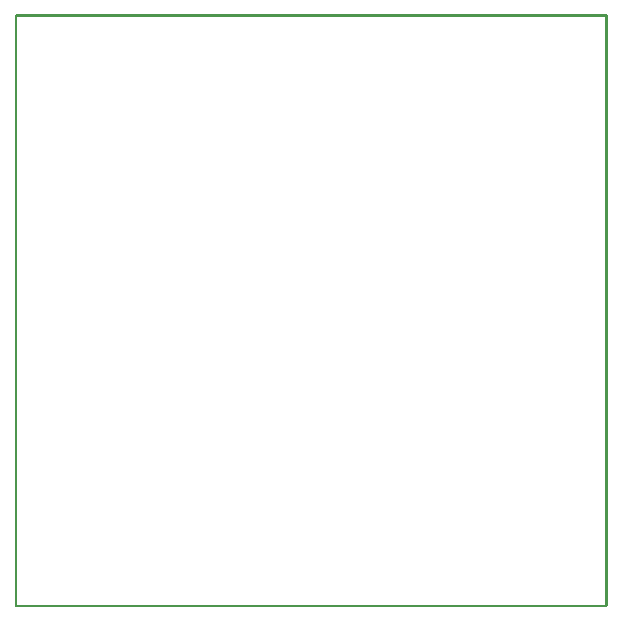
<source format=gm1>
G04 ========================BEGIN FILE IDENTIFICATION RECORD===============*
G04 File Format : GERBER RS274X*
G04 File Origin : Ansoft Designer*
G04 =====THIS FILE CONTAINS GERBER DATA FOR LAYERS  Outline*
G04 Design Name /home/ubuntu/Ansoft/repo/patch_2_32GHz/gerber/patch_and_splitter_sma*
%FSLAX55Y55*MOMM*%
G75*
%LPD*%G36*
G01X2490000Y-2500000D02*
G03X2510000Y-2500000I10000J0D01*
G01X2510000Y-2500000D01*
G01X2510000Y2500000D01*
G03X2490000Y2500000I-10000J0D01*
G01X2490000Y2500000D01*
G01X2490000Y-2500000D01*
G37*
G36*
G01X-2510000Y-2500000D02*
G03X-2490000Y-2500000I10000J0D01*
G01X-2490000Y-2500000D01*
G01X-2490000Y2500000D01*
G03X-2510000Y2500000I-10000J0D01*
G01X-2510000Y2500000D01*
G01X-2510000Y-2500000D01*
G37*
G36*
G01X-2500000Y-2490000D02*
G03X-2500000Y-2510000I0J-10000D01*
G01X-2500000Y-2510000D01*
G01X2500000Y-2510000D01*
G03X2500000Y-2490000I0J10000D01*
G01X2500000Y-2490000D01*
G01X-2500000Y-2490000D01*
G37*
G36*
G01X-2500000Y2510000D02*
G03X-2500000Y2490000I0J-10000D01*
G01X-2500000Y2490000D01*
G01X2500000Y2490000D01*
G03X2500000Y2510000I0J10000D01*
G01X2500000Y2510000D01*
G01X-2500000Y2510000D01*
G37*
M02*

</source>
